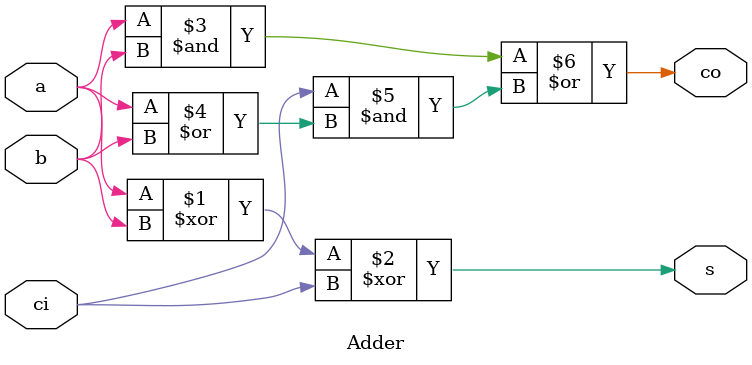
<source format=v>
module Adder(a, b, ci, s, co);

input wire a, b, ci;
output wire s, co;

assign s = a^b^ci;
assign co = a&b | ci&(a|b);

endmodule
</source>
